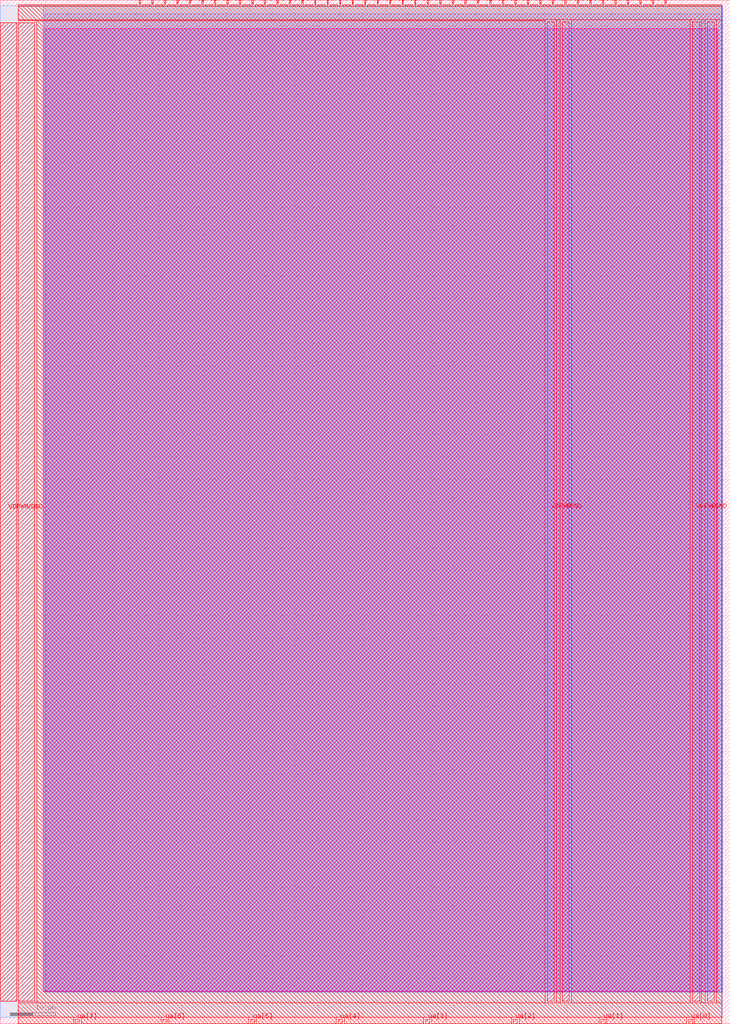
<source format=lef>
MACRO tt_um_algofoogle_vga_matrix_dac
  CLASS BLOCK ;
  FOREIGN tt_um_algofoogle_vga_matrix_dac ;
  ORIGIN 0.000 0.000 ;
  SIZE 161.000 BY 225.760 ;
  PIN clk
    DIRECTION INPUT ;
    USE SIGNAL ;
    ANTENNAGATEAREA 0.852000 ;
    PORT
      LAYER met4 ;
        RECT 143.830 224.760 144.130 225.760 ;
    END
  END clk
  PIN ena
    DIRECTION INPUT ;
    USE SIGNAL ;
    PORT
      LAYER met4 ;
        RECT 146.590 224.760 146.890 225.760 ;
    END
  END ena
  PIN rst_n
    DIRECTION INPUT ;
    USE SIGNAL ;
    ANTENNAGATEAREA 0.196500 ;
    PORT
      LAYER met4 ;
        RECT 141.070 224.760 141.370 225.760 ;
    END
  END rst_n
  PIN ua[0]
    DIRECTION INOUT ;
    USE SIGNAL ;
    ANTENNADIFFAREA 44.799999 ;
    PORT
      LAYER met4 ;
        RECT 151.810 0.000 152.710 1.000 ;
    END
  END ua[0]
  PIN ua[1]
    DIRECTION INOUT ;
    USE SIGNAL ;
    ANTENNADIFFAREA 44.799999 ;
    PORT
      LAYER met4 ;
        RECT 132.490 0.000 133.390 1.000 ;
    END
  END ua[1]
  PIN ua[2]
    DIRECTION INOUT ;
    USE SIGNAL ;
    ANTENNADIFFAREA 44.799999 ;
    PORT
      LAYER met4 ;
        RECT 113.170 0.000 114.070 1.000 ;
    END
  END ua[2]
  PIN ua[3]
    DIRECTION INOUT ;
    USE SIGNAL ;
    ANTENNAGATEAREA 66.599998 ;
    ANTENNADIFFAREA 2.783000 ;
    PORT
      LAYER met4 ;
        RECT 93.850 0.000 94.750 1.000 ;
    END
  END ua[3]
  PIN ua[4]
    DIRECTION INOUT ;
    USE SIGNAL ;
    PORT
      LAYER met4 ;
        RECT 74.530 0.000 75.430 1.000 ;
    END
  END ua[4]
  PIN ua[5]
    DIRECTION INOUT ;
    USE SIGNAL ;
    PORT
      LAYER met4 ;
        RECT 55.210 0.000 56.110 1.000 ;
    END
  END ua[5]
  PIN ua[6]
    DIRECTION INOUT ;
    USE SIGNAL ;
    PORT
      LAYER met4 ;
        RECT 35.890 0.000 36.790 1.000 ;
    END
  END ua[6]
  PIN ua[7]
    DIRECTION INOUT ;
    USE SIGNAL ;
    PORT
      LAYER met4 ;
        RECT 16.570 0.000 17.470 1.000 ;
    END
  END ua[7]
  PIN ui_in[0]
    DIRECTION INPUT ;
    USE SIGNAL ;
    ANTENNAGATEAREA 0.126000 ;
    PORT
      LAYER met4 ;
        RECT 138.310 224.760 138.610 225.760 ;
    END
  END ui_in[0]
  PIN ui_in[1]
    DIRECTION INPUT ;
    USE SIGNAL ;
    ANTENNAGATEAREA 0.213000 ;
    PORT
      LAYER met4 ;
        RECT 135.550 224.760 135.850 225.760 ;
    END
  END ui_in[1]
  PIN ui_in[2]
    DIRECTION INPUT ;
    USE SIGNAL ;
    ANTENNAGATEAREA 0.126000 ;
    PORT
      LAYER met4 ;
        RECT 132.790 224.760 133.090 225.760 ;
    END
  END ui_in[2]
  PIN ui_in[3]
    DIRECTION INPUT ;
    USE SIGNAL ;
    ANTENNAGATEAREA 0.213000 ;
    PORT
      LAYER met4 ;
        RECT 130.030 224.760 130.330 225.760 ;
    END
  END ui_in[3]
  PIN ui_in[4]
    DIRECTION INPUT ;
    USE SIGNAL ;
    ANTENNAGATEAREA 0.213000 ;
    PORT
      LAYER met4 ;
        RECT 127.270 224.760 127.570 225.760 ;
    END
  END ui_in[4]
  PIN ui_in[5]
    DIRECTION INPUT ;
    USE SIGNAL ;
    ANTENNAGATEAREA 0.213000 ;
    PORT
      LAYER met4 ;
        RECT 124.510 224.760 124.810 225.760 ;
    END
  END ui_in[5]
  PIN ui_in[6]
    DIRECTION INPUT ;
    USE SIGNAL ;
    ANTENNAGATEAREA 0.126000 ;
    PORT
      LAYER met4 ;
        RECT 121.750 224.760 122.050 225.760 ;
    END
  END ui_in[6]
  PIN ui_in[7]
    DIRECTION INPUT ;
    USE SIGNAL ;
    ANTENNAGATEAREA 0.126000 ;
    PORT
      LAYER met4 ;
        RECT 118.990 224.760 119.290 225.760 ;
    END
  END ui_in[7]
  PIN uio_in[0]
    DIRECTION INPUT ;
    USE SIGNAL ;
    PORT
      LAYER met4 ;
        RECT 116.230 224.760 116.530 225.760 ;
    END
  END uio_in[0]
  PIN uio_in[1]
    DIRECTION INPUT ;
    USE SIGNAL ;
    PORT
      LAYER met4 ;
        RECT 113.470 224.760 113.770 225.760 ;
    END
  END uio_in[1]
  PIN uio_in[2]
    DIRECTION INPUT ;
    USE SIGNAL ;
    ANTENNAGATEAREA 0.477000 ;
    PORT
      LAYER met4 ;
        RECT 110.710 224.760 111.010 225.760 ;
    END
  END uio_in[2]
  PIN uio_in[3]
    DIRECTION INPUT ;
    USE SIGNAL ;
    ANTENNAGATEAREA 0.477000 ;
    PORT
      LAYER met4 ;
        RECT 107.950 224.760 108.250 225.760 ;
    END
  END uio_in[3]
  PIN uio_in[4]
    DIRECTION INPUT ;
    USE SIGNAL ;
    ANTENNAGATEAREA 0.477000 ;
    PORT
      LAYER met4 ;
        RECT 105.190 224.760 105.490 225.760 ;
    END
  END uio_in[4]
  PIN uio_in[5]
    DIRECTION INPUT ;
    USE SIGNAL ;
    PORT
      LAYER met4 ;
        RECT 102.430 224.760 102.730 225.760 ;
    END
  END uio_in[5]
  PIN uio_in[6]
    DIRECTION INPUT ;
    USE SIGNAL ;
    PORT
      LAYER met4 ;
        RECT 99.670 224.760 99.970 225.760 ;
    END
  END uio_in[6]
  PIN uio_in[7]
    DIRECTION INPUT ;
    USE SIGNAL ;
    PORT
      LAYER met4 ;
        RECT 96.910 224.760 97.210 225.760 ;
    END
  END uio_in[7]
  PIN uio_oe[0]
    DIRECTION OUTPUT ;
    USE SIGNAL ;
    ANTENNAGATEAREA 338.050995 ;
    ANTENNADIFFAREA 1458.615723 ;
    PORT
      LAYER met4 ;
        RECT 49.990 224.760 50.290 225.760 ;
    END
  END uio_oe[0]
  PIN uio_oe[1]
    DIRECTION OUTPUT ;
    USE SIGNAL ;
    ANTENNAGATEAREA 338.050995 ;
    ANTENNADIFFAREA 1458.615723 ;
    PORT
      LAYER met4 ;
        RECT 47.230 224.760 47.530 225.760 ;
    END
  END uio_oe[1]
  PIN uio_oe[2]
    DIRECTION OUTPUT ;
    USE SIGNAL ;
    ANTENNAGATEAREA 473.183380 ;
    ANTENNADIFFAREA 955.994385 ;
    PORT
      LAYER met4 ;
        RECT 44.470 224.760 44.770 225.760 ;
    END
  END uio_oe[2]
  PIN uio_oe[3]
    DIRECTION OUTPUT ;
    USE SIGNAL ;
    ANTENNAGATEAREA 473.183380 ;
    ANTENNADIFFAREA 955.994385 ;
    PORT
      LAYER met4 ;
        RECT 41.710 224.760 42.010 225.760 ;
    END
  END uio_oe[3]
  PIN uio_oe[4]
    DIRECTION OUTPUT ;
    USE SIGNAL ;
    ANTENNAGATEAREA 473.183380 ;
    ANTENNADIFFAREA 955.994385 ;
    PORT
      LAYER met4 ;
        RECT 38.950 224.760 39.250 225.760 ;
    END
  END uio_oe[4]
  PIN uio_oe[5]
    DIRECTION OUTPUT ;
    USE SIGNAL ;
    ANTENNAGATEAREA 473.183380 ;
    ANTENNADIFFAREA 955.994385 ;
    PORT
      LAYER met4 ;
        RECT 36.190 224.760 36.490 225.760 ;
    END
  END uio_oe[5]
  PIN uio_oe[6]
    DIRECTION OUTPUT ;
    USE SIGNAL ;
    ANTENNAGATEAREA 473.183380 ;
    ANTENNADIFFAREA 955.994385 ;
    PORT
      LAYER met4 ;
        RECT 33.430 224.760 33.730 225.760 ;
    END
  END uio_oe[6]
  PIN uio_oe[7]
    DIRECTION OUTPUT ;
    USE SIGNAL ;
    ANTENNAGATEAREA 473.183380 ;
    ANTENNADIFFAREA 955.994385 ;
    PORT
      LAYER met4 ;
        RECT 30.670 224.760 30.970 225.760 ;
    END
  END uio_oe[7]
  PIN uio_out[0]
    DIRECTION OUTPUT ;
    USE SIGNAL ;
    ANTENNADIFFAREA 0.445500 ;
    PORT
      LAYER met4 ;
        RECT 72.070 224.760 72.370 225.760 ;
    END
  END uio_out[0]
  PIN uio_out[1]
    DIRECTION OUTPUT ;
    USE SIGNAL ;
    ANTENNADIFFAREA 0.445500 ;
    PORT
      LAYER met4 ;
        RECT 69.310 224.760 69.610 225.760 ;
    END
  END uio_out[1]
  PIN uio_out[2]
    DIRECTION OUTPUT ;
    USE SIGNAL ;
    ANTENNAGATEAREA 473.183380 ;
    ANTENNADIFFAREA 955.994385 ;
    PORT
      LAYER met4 ;
        RECT 66.550 224.760 66.850 225.760 ;
    END
  END uio_out[2]
  PIN uio_out[3]
    DIRECTION OUTPUT ;
    USE SIGNAL ;
    ANTENNAGATEAREA 473.183380 ;
    ANTENNADIFFAREA 955.994385 ;
    PORT
      LAYER met4 ;
        RECT 63.790 224.760 64.090 225.760 ;
    END
  END uio_out[3]
  PIN uio_out[4]
    DIRECTION OUTPUT ;
    USE SIGNAL ;
    ANTENNAGATEAREA 473.183380 ;
    ANTENNADIFFAREA 955.994385 ;
    PORT
      LAYER met4 ;
        RECT 61.030 224.760 61.330 225.760 ;
    END
  END uio_out[4]
  PIN uio_out[5]
    DIRECTION OUTPUT ;
    USE SIGNAL ;
    ANTENNAGATEAREA 473.183380 ;
    ANTENNADIFFAREA 955.994385 ;
    PORT
      LAYER met4 ;
        RECT 58.270 224.760 58.570 225.760 ;
    END
  END uio_out[5]
  PIN uio_out[6]
    DIRECTION OUTPUT ;
    USE SIGNAL ;
    ANTENNAGATEAREA 473.183380 ;
    ANTENNADIFFAREA 955.994385 ;
    PORT
      LAYER met4 ;
        RECT 55.510 224.760 55.810 225.760 ;
    END
  END uio_out[6]
  PIN uio_out[7]
    DIRECTION OUTPUT ;
    USE SIGNAL ;
    ANTENNAGATEAREA 473.183380 ;
    ANTENNADIFFAREA 955.994385 ;
    PORT
      LAYER met4 ;
        RECT 52.750 224.760 53.050 225.760 ;
    END
  END uio_out[7]
  PIN uo_out[0]
    DIRECTION OUTPUT ;
    USE SIGNAL ;
    ANTENNADIFFAREA 0.445500 ;
    PORT
      LAYER met4 ;
        RECT 94.150 224.760 94.450 225.760 ;
    END
  END uo_out[0]
  PIN uo_out[1]
    DIRECTION OUTPUT ;
    USE SIGNAL ;
    ANTENNADIFFAREA 0.445500 ;
    PORT
      LAYER met4 ;
        RECT 91.390 224.760 91.690 225.760 ;
    END
  END uo_out[1]
  PIN uo_out[2]
    DIRECTION OUTPUT ;
    USE SIGNAL ;
    ANTENNADIFFAREA 0.445500 ;
    PORT
      LAYER met4 ;
        RECT 88.630 224.760 88.930 225.760 ;
    END
  END uo_out[2]
  PIN uo_out[3]
    DIRECTION OUTPUT ;
    USE SIGNAL ;
    ANTENNADIFFAREA 0.445500 ;
    PORT
      LAYER met4 ;
        RECT 85.870 224.760 86.170 225.760 ;
    END
  END uo_out[3]
  PIN uo_out[4]
    DIRECTION OUTPUT ;
    USE SIGNAL ;
    ANTENNADIFFAREA 0.445500 ;
    PORT
      LAYER met4 ;
        RECT 83.110 224.760 83.410 225.760 ;
    END
  END uo_out[4]
  PIN uo_out[5]
    DIRECTION OUTPUT ;
    USE SIGNAL ;
    ANTENNADIFFAREA 0.445500 ;
    PORT
      LAYER met4 ;
        RECT 80.350 224.760 80.650 225.760 ;
    END
  END uo_out[5]
  PIN uo_out[6]
    DIRECTION OUTPUT ;
    USE SIGNAL ;
    ANTENNADIFFAREA 0.445500 ;
    PORT
      LAYER met4 ;
        RECT 77.590 224.760 77.890 225.760 ;
    END
  END uo_out[6]
  PIN uo_out[7]
    DIRECTION OUTPUT ;
    USE SIGNAL ;
    ANTENNADIFFAREA 0.445500 ;
    PORT
      LAYER met4 ;
        RECT 74.830 224.760 75.130 225.760 ;
    END
  END uo_out[7]
  PIN VDPWR
    DIRECTION INOUT ;
    USE POWER ;
    PORT
      LAYER met4 ;
        RECT 120.620 5.000 122.220 221.000 ;
    END
    PORT
      LAYER met4 ;
        RECT 152.620 5.000 154.220 221.000 ;
    END
    PORT
      LAYER met4 ;
        RECT 0.000 5.000 3.600 220.760 ;
    END
  END VDPWR
  PIN VGND
    DIRECTION INOUT ;
    USE GROUND ;
    PORT
      LAYER met4 ;
        RECT 123.920 5.000 125.520 221.000 ;
    END
    PORT
      LAYER met4 ;
        RECT 155.920 5.000 157.520 221.000 ;
    END
    PORT
      LAYER met4 ;
        RECT 4.000 5.000 7.600 220.760 ;
    END
  END VGND
  OBS
      LAYER nwell ;
        RECT 9.500 7.135 158.190 219.465 ;
      LAYER li1 ;
        RECT 9.890 7.135 158.000 219.465 ;
      LAYER met1 ;
        RECT 9.790 6.980 159.310 222.740 ;
      LAYER met2 ;
        RECT 9.500 7.035 159.280 224.560 ;
      LAYER met3 ;
        RECT 0.000 1.395 159.310 224.560 ;
      LAYER met4 ;
        RECT 4.000 224.360 30.270 224.760 ;
        RECT 31.370 224.360 33.030 224.760 ;
        RECT 34.130 224.360 35.790 224.760 ;
        RECT 36.890 224.360 38.550 224.760 ;
        RECT 39.650 224.360 41.310 224.760 ;
        RECT 42.410 224.360 44.070 224.760 ;
        RECT 45.170 224.360 46.830 224.760 ;
        RECT 47.930 224.360 49.590 224.760 ;
        RECT 50.690 224.360 52.350 224.760 ;
        RECT 53.450 224.360 55.110 224.760 ;
        RECT 56.210 224.360 57.870 224.760 ;
        RECT 58.970 224.360 60.630 224.760 ;
        RECT 61.730 224.360 63.390 224.760 ;
        RECT 64.490 224.360 66.150 224.760 ;
        RECT 67.250 224.360 68.910 224.760 ;
        RECT 70.010 224.360 71.670 224.760 ;
        RECT 72.770 224.360 74.430 224.760 ;
        RECT 75.530 224.360 77.190 224.760 ;
        RECT 78.290 224.360 79.950 224.760 ;
        RECT 81.050 224.360 82.710 224.760 ;
        RECT 83.810 224.360 85.470 224.760 ;
        RECT 86.570 224.360 88.230 224.760 ;
        RECT 89.330 224.360 90.990 224.760 ;
        RECT 92.090 224.360 93.750 224.760 ;
        RECT 94.850 224.360 96.510 224.760 ;
        RECT 97.610 224.360 99.270 224.760 ;
        RECT 100.370 224.360 102.030 224.760 ;
        RECT 103.130 224.360 104.790 224.760 ;
        RECT 105.890 224.360 107.550 224.760 ;
        RECT 108.650 224.360 110.310 224.760 ;
        RECT 111.410 224.360 113.070 224.760 ;
        RECT 114.170 224.360 115.830 224.760 ;
        RECT 116.930 224.360 118.590 224.760 ;
        RECT 119.690 224.360 121.350 224.760 ;
        RECT 122.450 224.360 124.110 224.760 ;
        RECT 125.210 224.360 126.870 224.760 ;
        RECT 127.970 224.360 129.630 224.760 ;
        RECT 130.730 224.360 132.390 224.760 ;
        RECT 133.490 224.360 135.150 224.760 ;
        RECT 136.250 224.360 137.910 224.760 ;
        RECT 139.010 224.360 140.670 224.760 ;
        RECT 141.770 224.360 143.430 224.760 ;
        RECT 144.530 224.360 146.190 224.760 ;
        RECT 147.290 224.360 159.085 224.760 ;
        RECT 4.000 221.400 159.085 224.360 ;
        RECT 4.000 221.160 120.220 221.400 ;
        RECT 8.000 4.600 120.220 221.160 ;
        RECT 122.620 4.600 123.520 221.400 ;
        RECT 125.920 4.600 152.220 221.400 ;
        RECT 154.620 4.600 155.520 221.400 ;
        RECT 157.920 4.600 159.085 221.400 ;
        RECT 4.000 1.400 159.085 4.600 ;
        RECT 4.000 0.000 16.170 1.400 ;
        RECT 17.870 0.000 35.490 1.400 ;
        RECT 37.190 0.000 54.810 1.400 ;
        RECT 56.510 0.000 74.130 1.400 ;
        RECT 75.830 0.000 93.450 1.400 ;
        RECT 95.150 0.000 112.770 1.400 ;
        RECT 114.470 0.000 132.090 1.400 ;
        RECT 133.790 0.000 151.410 1.400 ;
        RECT 153.110 0.000 159.085 1.400 ;
  END
END tt_um_algofoogle_vga_matrix_dac
END LIBRARY


</source>
